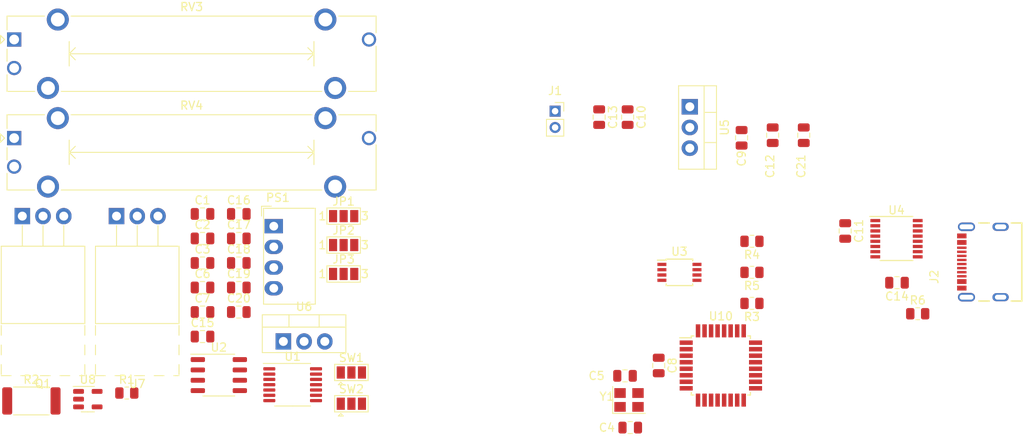
<source format=kicad_pcb>
(kicad_pcb (version 20221018) (generator pcbnew)
  (layers (0 "F.Cu" signal) (31 "B.Cu" power) (34 "B.Paste" user) (35 "F.Paste" user) (36 "B.SilkS" user "B.Silkscreen") (37 "F.SilkS" user "F.Silkscreen") (38 "B.Mask" user) (39 "F.Mask" user) (44 "Edge.Cuts" user))
  (net 0 "")
  (net 1 "/Cell_1/+9V_ISO")
  (net 2 "/Cell_1/GND_ISO")
  (net 3 "/Cell_1/+5V_ISO")
  (net 4 "Net-(SW2-B)")
  (net 5 "Net-(U10-XTAL2{slash}PB7)")
  (net 6 "GND")
  (net 7 "Net-(U10-XTAL1{slash}PB6)")
  (net 8 "/Cell_1/COUT+")
  (net 9 "+5V")
  (net 10 "+12V")
  (net 11 "Net-(U4-3V3OUT)")
  (net 13 "/D+")
  (net 14 "/D-")
  (net 20 "/Cell_1/A0")
  (net 21 "/Cell_1/A1")
  (net 22 "/Cell_1/A2")
  (net 23 "Net-(Q1-Pad1)")
  (net 24 "Net-(U8A--)")
  (net 25 "Net-(U1-P0B)")
  (net 26 "/SDA")
  (net 27 "/SCL")
  (net 28 "Net-(U10-~{RESET}{slash}PC6)")
  (net 29 "Net-(U4-RESET#)")
  (net 30 "Net-(SW2-A)")
  (net 31 "Net-(SW1-A)")
  (net 32 "Net-(SW1-B)")
  (net 33 "Net-(SW1-C)")
  (net 34 "Net-(SW2-C)")
  (net 35 "/SDA_cell_1-7")
  (net 37 "Net-(U10-PD2)")
  (net 38 "/SDA_cell_8-14")
  (net 39 "Net-(U10-PD3)")
  (net 40 "/RX")
  (net 42 "/TX")
  (footprint "Jumper:SolderJumper-3_P1.3mm_Open_Pad1.0x1.5mm_NumberLabels" (layer "F.Cu") (at 70.5975 50.25)
    (fp_text reference "JP1" (at 0 -1.8) (layer "F.SilkS"))
    (fp_text value "Jumper")
    (fp_text user "3" (at 2.6 0) (layer "F.SilkS"))
    (fp_text user "1" (at -2.6 0) (layer "F.SilkS"))
    (pad "1" smd rect (at -1.3 0) (size 1 1.5) (layers "F.Cu" "F.Mask") (net 2 "/Cell_1/GND_ISO"))
    (pad "2" smd rect (at 0 0) (size 1 1.5) (layers "F.Cu" "F.Mask") (net 20 "/Cell_1/A0"))
    (pad "3" smd rect (at 1.3 0) (size 1 1.5) (layers "F.Cu" "F.Mask") (net 3 "/Cell_1/+5V_ISO"))
  )
  (footprint "Package_TO_SOT_THT:TO-220-3_Horizontal_TabUp" (layer "F.Cu") (at 42.7575 50.25)
    (fp_text reference "U7" (at 2.54 20.58) (layer "F.SilkS"))
    (fp_text value "LM317_TO-220")
    (pad "" np_thru_hole oval (at 2.54 16.66) (size 3.5 3.5) (drill 3.5) (layers "*.Cu" "*.Mask"))
    (pad "1" thru_hole rect (at 0 0) (size 1.905 2) (drill 1.1) (layers "*.Cu" "*.Mask") (net 4 "Net-(SW2-B)"))
    (pad "2" thru_hole oval (at 2.54 0) (size 1.905 2) (drill 1.1) (layers "*.Cu" "*.Mask") (net 8 "/Cell_1/COUT+"))
    (pad "3" thru_hole oval (at 5.08 0) (size 1.905 2) (drill 1.1) (layers "*.Cu" "*.Mask") (net 1 "/Cell_1/+9V_ISO"))
  )
  (footprint "Resistor_SMD:R_0805_2012Metric" (layer "F.Cu") (at 120.65 53.34 180)
    (fp_text reference "R4" (at 0 -1.65) (layer "F.SilkS"))
    (fp_text value "10k")
    (pad "1" smd roundrect (at -0.9125 0 180) (size 1.025 1.4) (layers "F.Cu" "F.Paste" "F.Mask") (roundrect_rratio 0.243902) (net 9 "+5V"))
    (pad "2" smd roundrect (at 0.9125 0 180) (size 1.025 1.4) (layers "F.Cu" "F.Paste" "F.Mask") (roundrect_rratio 0.243902) (net 27 "/SCL"))
  )
  (footprint "Potentiometer_THT:Potentiometer_Bourns_PTA3043_Single_Slide" (layer "F.Cu") (at 30.2075 40.675)
    (fp_text reference "RV4" (at 21.75 -4) (layer "F.SilkS"))
    (fp_text value "R_POT")
    (pad "1" thru_hole rect (at 0 0) (size 1.75 1.75) (drill 1.2) (layers "*.Cu" "*.Mask") (net 25 "Net-(U1-P0B)"))
    (pad "2" thru_hole circle (at 0 3.5) (size 1.75 1.75) (drill 1.2) (layers "*.Cu" "*.Mask") (net 31 "Net-(SW1-A)"))
    (pad "3" thru_hole circle (at 43.5 0) (size 1.75 1.75) (drill 1.2) (layers "*.Cu" "*.Mask") (net 2 "/Cell_1/GND_ISO"))
    (pad "MP" thru_hole circle (at 4.15 5.95) (size 2.7 2.7) (drill 1.7) (layers "*.Cu" "*.Mask"))
    (pad "MP" thru_hole circle (at 5.35 -2.45) (size 2.7 2.7) (drill 1.7) (layers "*.Cu" "*.Mask"))
    (pad "MP" thru_hole circle (at 38.15 -2.45) (size 2.7 2.7) (drill 1.7) (layers "*.Cu" "*.Mask"))
    (pad "MP" thru_hole circle (at 39.35 5.95) (size 2.7 2.7) (drill 1.7) (layers "*.Cu" "*.Mask"))
  )
  (footprint "Potentiometer_THT:Potentiometer_Bourns_PTA3043_Single_Slide" (layer "F.Cu") (at 30.2075 28.575)
    (fp_text reference "RV3" (at 21.75 -4) (layer "F.SilkS"))
    (fp_text value "R_POT")
    (pad "1" thru_hole rect (at 0 0) (size 1.75 1.75) (drill 1.2) (layers "*.Cu" "*.Mask") (net 8 "/Cell_1/COUT+"))
    (pad "2" thru_hole circle (at 0 3.5) (size 1.75 1.75) (drill 1.2) (layers "*.Cu" "*.Mask") (net 30 "Net-(SW2-A)"))
    (pad "3" thru_hole circle (at 43.5 0) (size 1.75 1.75) (drill 1.2) (layers "*.Cu" "*.Mask") (net 2 "/Cell_1/GND_ISO"))
    (pad "MP" thru_hole circle (at 4.15 5.95) (size 2.7 2.7) (drill 1.7) (layers "*.Cu" "*.Mask"))
    (pad "MP" thru_hole circle (at 5.35 -2.45) (size 2.7 2.7) (drill 1.7) (layers "*.Cu" "*.Mask"))
    (pad "MP" thru_hole circle (at 38.15 -2.45) (size 2.7 2.7) (drill 1.7) (layers "*.Cu" "*.Mask"))
    (pad "MP" thru_hole circle (at 39.35 5.95) (size 2.7 2.7) (drill 1.7) (layers "*.Cu" "*.Mask"))
  )
  (footprint "Crystal:Crystal_SMD_3225-4Pin_3.2x2.5mm" (layer "F.Cu") (at 105.58 72.81)
    (fp_text reference "Y1" (at -2.71 -0.42) (layer "F.SilkS"))
    (fp_text value "Crystal_GND24")
    (pad "1" smd rect (at -1.1 0.85) (size 1.4 1.2) (layers "F.Cu" "F.Paste" "F.Mask") (net 5 "Net-(U10-XTAL2{slash}PB7)"))
    (pad "2" smd rect (at 1.1 0.85) (size 1.4 1.2) (layers "F.Cu" "F.Paste" "F.Mask") (net 6 "GND"))
    (pad "3" smd rect (at 1.1 -0.85) (size 1.4 1.2) (layers "F.Cu" "F.Paste" "F.Mask") (net 7 "Net-(U10-XTAL1{slash}PB6)"))
    (pad "4" smd rect (at -1.1 -0.85) (size 1.4 1.2) (layers "F.Cu" "F.Paste" "F.Mask") (net 6 "GND"))
  )
  (footprint "Capacitor_SMD:C_0805_2012Metric" (layer "F.Cu") (at 132.08 52.07 -90)
    (fp_text reference "C11" (at 0 -1.68 90) (layer "F.SilkS"))
    (fp_text value "100n")
    (pad "1" smd roundrect (at -0.95 0 270) (size 1 1.45) (layers "F.Cu" "F.Paste" "F.Mask") (net 11 "Net-(U4-3V3OUT)"))
    (pad "2" smd roundrect (at 0.95 0 270) (size 1 1.45) (layers "F.Cu" "F.Paste" "F.Mask") (net 6 "GND"))
  )
  (footprint "Capacitor_SMD:C_0805_2012Metric" (layer "F.Cu") (at 57.7475 62.02)
    (fp_text reference "C20" (at 0 -1.68) (layer "F.SilkS"))
    (fp_text value "100n")
    (pad "1" smd roundrect (at -0.95 0) (size 1 1.45) (layers "F.Cu" "F.Paste" "F.Mask") (net 3 "/Cell_1/+5V_ISO"))
    (pad "2" smd roundrect (at 0.95 0) (size 1 1.45) (layers "F.Cu" "F.Paste" "F.Mask") (net 2 "/Cell_1/GND_ISO"))
  )
  (footprint "Capacitor_SMD:C_0805_2012Metric" (layer "F.Cu") (at 123.19 40.32 90)
    (fp_text reference "C12" (at -3.81 -0.32 90) (layer "F.SilkS"))
    (fp_text value "10u")
    (pad "1" smd roundrect (at -0.95 0 90) (size 1 1.45) (layers "F.Cu" "F.Paste" "F.Mask") (net 9 "+5V"))
    (pad "2" smd roundrect (at 0.95 0 90) (size 1 1.45) (layers "F.Cu" "F.Paste" "F.Mask") (net 6 "GND"))
  )
  (footprint "Capacitor_SMD:C_0805_2012Metric" (layer "F.Cu") (at 53.2975 59.01)
    (fp_text reference "C6" (at 0 -1.68) (layer "F.SilkS"))
    (fp_text value "100n")
    (pad "1" smd roundrect (at -0.95 0) (size 1 1.45) (layers "F.Cu" "F.Paste" "F.Mask") (net 1 "/Cell_1/+9V_ISO"))
    (pad "2" smd roundrect (at 0.95 0) (size 1 1.45) (layers "F.Cu" "F.Paste" "F.Mask") (net 2 "/Cell_1/GND_ISO"))
  )
  (footprint "Jumper:SolderJumper-3_P1.3mm_Open_Pad1.0x1.5mm" (layer "F.Cu") (at 71.5475 73.275)
    (fp_text reference "SW2" (at 0 -1.8) (layer "F.SilkS"))
    (fp_text value "Jumper")
    (pad "1" smd rect (at -1.3 0) (size 1 1.5) (layers "F.Cu" "F.Mask") (net 30 "Net-(SW2-A)"))
    (pad "2" smd rect (at 0 0) (size 1 1.5) (layers "F.Cu" "F.Mask") (net 4 "Net-(SW2-B)"))
    (pad "3" smd rect (at 1.3 0) (size 1 1.5) (layers "F.Cu" "F.Mask") (net 34 "Net-(SW2-C)"))
  )
  (footprint "Jumper:SolderJumper-3_P1.3mm_Open_Pad1.0x1.5mm_NumberLabels" (layer "F.Cu") (at 70.5975 57.35)
    (fp_text reference "JP3" (at 0 -1.8) (layer "F.SilkS"))
    (fp_text value "Jumper")
    (fp_text user "3" (at 2.6 0) (layer "F.SilkS"))
    (fp_text user "1" (at -2.6 0) (layer "F.SilkS"))
    (pad "1" smd rect (at -1.3 0) (size 1 1.5) (layers "F.Cu" "F.Mask") (net 2 "/Cell_1/GND_ISO"))
    (pad "2" smd rect (at 0 0) (size 1 1.5) (layers "F.Cu" "F.Mask") (net 22 "/Cell_1/A2"))
    (pad "3" smd rect (at 1.3 0) (size 1 1.5) (layers "F.Cu" "F.Mask") (net 3 "/Cell_1/+5V_ISO"))
  )
  (footprint "Package_TO_SOT_THT:TO-220-3_Vertical" (layer "F.Cu") (at 113.03 36.83 -90)
    (fp_text reference "U5" (at 2.54 -4.27 90) (layer "F.SilkS"))
    (fp_text value "LM7805_TO220")
    (pad "1" thru_hole rect (at 0 0 270) (size 1.905 2) (drill 1.1) (layers "*.Cu" "*.Mask") (net 10 "+12V"))
    (pad "2" thru_hole oval (at 2.54 0 270) (size 1.905 2) (drill 1.1) (layers "*.Cu" "*.Mask") (net 6 "GND"))
    (pad "3" thru_hole oval (at 5.08 0 270) (size 1.905 2) (drill 1.1) (layers "*.Cu" "*.Mask") (net 9 "+5V"))
  )
  (footprint "Package_SO:TSSOP-8_3x3mm_P0.65mm" (layer "F.Cu") (at 111.76 57.15)
    (fp_text reference "U3" (at 0 -2.55) (layer "F.SilkS"))
    (fp_text value "74AHC2G125DP,125")
    (pad "1" smd rect (at -2.15 -0.975) (size 1.1 0.4) (layers "F.Cu" "F.Paste" "F.Mask") (net 37 "Net-(U10-PD2)"))
    (pad "2" smd rect (at -2.15 -0.325) (size 1.1 0.4) (layers "F.Cu" "F.Paste" "F.Mask") (net 26 "/SDA"))
    (pad "3" smd rect (at -2.15 0.325) (size 1.1 0.4) (layers "F.Cu" "F.Paste" "F.Mask") (net 38 "/SDA_cell_8-14"))
    (pad "4" smd rect (at -2.15 0.975) (size 1.1 0.4) (layers "F.Cu" "F.Paste" "F.Mask") (net 6 "GND"))
    (pad "5" smd rect (at 2.15 0.975) (size 1.1 0.4) (layers "F.Cu" "F.Paste" "F.Mask") (net 26 "/SDA"))
    (pad "6" smd rect (at 2.15 0.325) (size 1.1 0.4) (layers "F.Cu" "F.Paste" "F.Mask") (net 35 "/SDA_cell_1-7"))
    (pad "7" smd rect (at 2.15 -0.325) (size 1.1 0.4) (layers "F.Cu" "F.Paste" "F.Mask") (net 39 "Net-(U10-PD3)"))
    (pad "8" smd rect (at 2.15 -0.975) (size 1.1 0.4) (layers "F.Cu" "F.Paste" "F.Mask") (net 9 "+5V"))
  )
  (footprint "Package_SO:SO-8_3.9x4.9mm_P1.27mm" (layer "F.Cu") (at 55.2975 69.76)
    (fp_text reference "U2" (at 0 -3.4) (layer "F.SilkS"))
    (fp_text value "ISO1640BDR")
    (pad "1" smd roundrect (at -2.575 -1.905) (size 1.75 0.6) (layers "F.Cu" "F.Paste" "F.Mask") (net 9 "+5V"))
    (pad "2" smd roundrect (at -2.575 -0.635) (size 1.75 0.6) (layers "F.Cu" "F.Paste" "F.Mask") (net 35 "/SDA_cell_1-7"))
    (pad "3" smd roundrect (at -2.575 0.635) (size 1.75 0.6) (layers "F.Cu" "F.Paste" "F.Mask") (net 27 "/SCL"))
    (pad "4" smd roundrect (at -2.575 1.905) (size 1.75 0.6) (layers "F.Cu" "F.Paste" "F.Mask") (net 6 "GND"))
    (pad "5" smd roundrect (at 2.575 1.905) (size 1.75 0.6) (layers "F.Cu" "F.Paste" "F.Mask") (net 2 "/Cell_1/GND_ISO"))
    (pad "6" smd roundrect (at 2.575 0.635) (size 1.75 0.6) (layers "F.Cu" "F.Paste" "F.Mask") (net 27 "/SCL"))
    (pad "7" smd roundrect (at 2.575 -0.635) (size 1.75 0.6) (layers "F.Cu" "F.Paste" "F.Mask") (net 35 "/SDA_cell_1-7"))
    (pad "8" smd roundrect (at 2.575 -1.905) (size 1.75 0.6) (layers "F.Cu" "F.Paste" "F.Mask") (net 3 "/Cell_1/+5V_ISO"))
  )
  (footprint "Capacitor_SMD:C_0805_2012Metric" (layer "F.Cu") (at 53.2975 49.98)
    (fp_text reference "C1" (at 0 -1.68) (layer "F.SilkS"))
    (fp_text value "100n")
    (pad "1" smd roundrect (at -0.95 0) (size 1 1.45) (layers "F.Cu" "F.Paste" "F.Mask") (net 1 "/Cell_1/+9V_ISO"))
    (pad "2" smd roundrect (at 0.95 0) (size 1 1.45) (layers "F.Cu" "F.Paste" "F.Mask") (net 2 "/Cell_1/GND_ISO"))
  )
  (footprint "Package_QFP:TQFP-32_7x7mm_P0.8mm" (layer "F.Cu") (at 116.84 68.58)
    (fp_text reference "U10" (at 0 -6.05) (layer "F.SilkS"))
    (fp_text value "ATmega328PB-A")
    (pad "1" smd rect (at -4.25 -2.8) (size 1.6 0.55) (layers "F.Cu" "F.Paste" "F.Mask") (net 39 "Net-(U10-PD3)"))
    (pad "2" smd rect (at -4.25 -2) (size 1.6 0.55) (layers "F.Cu" "F.Paste" "F.Mask"))
    (pad "3" smd rect (at -4.25 -1.2) (size 1.6 0.55) (layers "F.Cu" "F.Paste" "F.Mask"))
    (pad "4" smd rect (at -4.25 -0.4) (size 1.6 0.55) (layers "F.Cu" "F.Paste" "F.Mask") (net 9 "+5V"))
    (pad "5" smd rect (at -4.25 0.4) (size 1.6 0.55) (layers "F.Cu" "F.Paste" "F.Mask") (net 6 "GND"))
    (pad "6" smd rect (at -4.25 1.2) (size 1.6 0.55) (layers "F.Cu" "F.Paste" "F.Mask"))
    (pad "7" smd rect (at -4.25 2) (size 1.6 0.55) (layers "F.Cu" "F.Paste" "F.Mask") (net 7 "Net-(U10-XTAL1{slash}PB6)"))
    (pad "8" smd rect (at -4.25 2.8) (size 1.6 0.55) (layers "F.Cu" "F.Paste" "F.Mask") (net 5 "Net-(U10-XTAL2{slash}PB7)"))
    (pad "9" smd rect (at -2.8 4.25 90) (size 1.6 0.55) (layers "F.Cu" "F.Paste" "F.Mask"))
    (pad "10" smd rect (at -2 4.25 90) (size 1.6 0.55) (layers "F.Cu" "F.Paste" "F.Mask"))
    (pad "11" smd rect (at -1.2 4.25 90) (size 1.6 0.55) (layers "F.Cu" "F.Paste" "F.Mask"))
    (pad "12" smd rect (at -0.4 4.25 90) (size 1.6 0.55) (layers "F.Cu" "F.Paste" "F.Mask"))
    (pad "13" smd rect (at 0.4 4.25 90) (size 1.6 0.55) (layers "F.Cu" "F.Paste" "F.Mask"))
    (pad "14" smd rect (at 1.2 4.25 90) (size 1.6 0.55) (layers "F.Cu" "F.Paste" "F.Mask"))
    (pad "15" smd rect (at 2 4.25 90) (size 1.6 0.55) (layers "F.Cu" "F.Paste" "F.Mask"))
    (pad "16" smd rect (at 2.8 4.25 90) (size 1.6 0.55) (layers "F.Cu" "F.Paste" "F.Mask"))
    (pad "17" smd rect (at 4.25 2.8) (size 1.6 0.55) (layers "F.Cu" "F.Paste" "F.Mask"))
    (pad "18" smd rect (at 4.25 2) (size 1.6 0.55) (layers "F.Cu" "F.Paste" "F.Mask") (net 9 "+5V"))
    (pad "19" smd rect (at 4.25 1.2) (size 1.6 0.55) (layers "F.Cu" "F.Paste" "F.Mask"))
    (pad "20" smd rect (at 4.25 0.4) (size 1.6 0.55) (layers "F.Cu" "F.Paste" "F.Mask") (net 9 "+5V"))
    (pad "21" smd rect (at 4.25 -0.4) (size 1.6 0.55) (layers "F.Cu" "F.Paste" "F.Mask") (net 6 "GND"))
    (pad "22" smd rect (at 4.25 -1.2) (size 1.6 0.55) (layers "F.Cu" "F.Paste" "F.Mask"))
    (pad "23" smd rect (at 4.25 -2) (size 1.6 0.55) (layers "F.Cu" "F.Paste" "F.Mask"))
    (pad "24" smd rect (at 4.25 -2.8) (size 1.6 0.55) (layers "F.Cu" "F.Paste" "F.Mask"))
    (pad "25" smd rect (at 2.8 -4.25 90) (size 1.6 0.55) (layers "F.Cu" "F.Paste" "F.Mask"))
    (pad "26" smd rect (at 2 -4.25 90) (size 1.6 0.55) (layers "F.Cu" "F.Paste" "F.Mask"))
    (pad "27" smd rect (at 1.2 -4.25 90) (size 1.6 0.55) (layers "F.Cu" "F.Paste" "F.Mask") (net 26 "/SDA"))
    (pad "28" smd rect (at 0.4 -4.25 90) (size 1.6 0.55) (layers "F.Cu" "F.Paste" "F.Mask") (net 27 "/SCL"))
    (pad "29" smd rect (at -0.4 -4.25 90) (size 1.6 0.55) (layers "F.Cu" "F.Paste" "F.Mask") (net 28 "Net-(U10-~{RESET}{slash}PC6)"))
    (pad "30" smd rect (at -1.2 -4.25 90) (size 1.6 0.55) (layers "F.Cu" "F.Paste" "F.Mask") (net 40 "/RX"))
    (pad "31" smd rect (at -2 -4.25 90) (size 1.6 0.55) (layers "F.Cu" "F.Paste" "F.Mask") (net 42 "/TX"))
    (pad "32" smd rect (at -2.8 -4.25 90) (size 1.6 0.55) (layers "F.Cu" "F.Paste" "F.Mask") (net 37 "Net-(U10-PD2)"))
  )
  (footprint "Package_TO_SOT_THT:TO-220-3_Horizontal_TabUp" (layer "F.Cu") (at 31.2075 50.25)
    (fp_text reference "Q1" (at 2.54 20.58) (layer "F.SilkS"))
    (fp_text value "IRFB7545PBF")
    (pad "" np_thru_hole oval (at 2.54 16.66) (size 3.5 3.5) (drill 3.5) (layers "*.Cu" "*.Mask"))
    (pad "1" thru_hole rect (at 0 0) (size 1.905 2) (drill 1.1) (layers "*.Cu" "*.Mask") (net 23 "Net-(Q1-Pad1)"))
    (pad "2" thru_hole oval (at 2.54 0) (size 1.905 2) (drill 1.1) (layers "*.Cu" "*.Mask") (net 8 "/Cell_1/COUT+"))
    (pad "3" thru_hole oval (at 5.08 0) (size 1.905 2) (drill 1.1) (layers "*.Cu" "*.Mask") (net 24 "Net-(U8A--)"))
  )
  (footprint "Capacitor_SMD:C_0805_2012Metric" (layer "F.Cu") (at 53.2975 56)
    (fp_text reference "C3" (at 0 -1.68) (layer "F.SilkS"))
    (fp_text value "100n")
    (pad "1" smd roundrect (at -0.95 0) (size 1 1.45) (layers "F.Cu" "F.Paste" "F.Mask") (net 4 "Net-(SW2-B)"))
    (pad "2" smd roundrect (at 0.95 0) (size 1 1.45) (layers "F.Cu" "F.Paste" "F.Mask") (net 2 "/Cell_1/GND_ISO"))
  )
  (footprint "Capacitor_SMD:C_0805_2012Metric" (layer "F.Cu") (at 105.73 76.2)
    (fp_text reference "C4" (at -2.86 0) (layer "F.SilkS"))
    (fp_text value "22p")
    (pad "1" smd roundrect (at -0.95 0) (size 1 1.45) (layers "F.Cu" "F.Paste" "F.Mask") (net 5 "Net-(U10-XTAL2{slash}PB7)"))
    (pad "2" smd roundrect (at 0.95 0) (size 1 1.45) (layers "F.Cu" "F.Paste" "F.Mask") (net 6 "GND"))
  )
  (footprint "Package_TO_SOT_SMD:SOT-23-5" (layer "F.Cu") (at 39.2375 72.71)
    (fp_text reference "U8" (at 0 -2.4) (layer "F.SilkS"))
    (fp_text value "MCP6001UT-I/OT")
    (pad "1" smd roundrect (at -1.1375 -0.95) (size 1.325 0.6) (layers "F.Cu" "F.Paste" "F.Mask") (net 23 "Net-(Q1-Pad1)"))
    (pad "2" smd roundrect (at -1.1375 0) (size 1.325 0.6) (layers "F.Cu" "F.Paste" "F.Mask") (net 2 "/Cell_1/GND_ISO"))
    (pad "3" smd roundrect (at -1.1375 0.95) (size 1.325 0.6) (layers "F.Cu" "F.Paste" "F.Mask") (net 32 "Net-(SW1-B)"))
    (pad "4" smd roundrect (at 1.1375 0.95) (size 1.325 0.6) (layers "F.Cu" "F.Paste" "F.Mask") (net 24 "Net-(U8A--)"))
    (pad "5" smd roundrect (at 1.1375 -0.95) (size 1.325 0.6) (layers "F.Cu" "F.Paste" "F.Mask") (net 3 "/Cell_1/+5V_ISO"))
  )
  (footprint "Resistor_SMD:R_2512_6332Metric" (layer "F.Cu") (at 32.3175 72.93)
    (fp_text reference "R2" (at 0 -2.62) (layer "F.SilkS"))
    (fp_text value "0.5m")
    (pad "1" smd roundrect (at -2.9625 0) (size 1.225 3.35) (layers "F.Cu" "F.Paste" "F.Mask") (roundrect_rratio 0.204082) (net 24 "Net-(U8A--)"))
    (pad "2" smd roundrect (at 2.9625 0) (size 1.225 3.35) (layers "F.Cu" "F.Paste" "F.Mask") (roundrect_rratio 0.204082) (net 2 "/Cell_1/GND_ISO"))
  )
  (footprint "Connector_PinSocket_2.00mm:PinSocket_1x02_P2.00mm_Vertical" (layer "F.Cu") (at 96.52 37.37)
    (fp_text reference "J1" (at 0 -2.5) (layer "F.SilkS"))
    (fp_text value "Vin")
    (pad "1" thru_hole rect (at 0 0) (size 1.35 1.35) (drill 0.8) (layers "*.Cu" "*.Mask") (net 10 "+12V"))
    (pad "2" thru_hole oval (at 0 2) (size 1.35 1.35) (drill 0.8) (layers "*.Cu" "*.Mask") (net 6 "GND"))
  )
  (footprint "Capacitor_SMD:C_0805_2012Metric" (layer "F.Cu") (at 119.38 40.64 90)
    (fp_text reference "C9" (at -2.54 0 90) (layer "F.SilkS"))
    (fp_text value "100n")
    (pad "1" smd roundrect (at -0.95 0 90) (size 1 1.45) (layers "F.Cu" "F.Paste" "F.Mask") (net 9 "+5V"))
    (pad "2" smd roundrect (at 0.95 0 90) (size 1 1.45) (layers "F.Cu" "F.Paste" "F.Mask") (net 6 "GND"))
  )
  (footprint "Capacitor_SMD:C_0805_2012Metric" (layer "F.Cu") (at 101.92 38.1 -90)
    (fp_text reference "C13" (at 0 -1.68 90) (layer "F.SilkS"))
    (fp_text value "10u")
    (pad "1" smd roundrect (at -0.95 0 270) (size 1 1.45) (layers "F.Cu" "F.Paste" "F.Mask") (net 10 "+12V"))
    (pad "2" smd roundrect (at 0.95 0 270) (size 1 1.45) (layers "F.Cu" "F.Paste" "F.Mask") (net 6 "GND"))
  )
  (footprint "Resistor_SMD:R_0805_2012Metric" (layer "F.Cu") (at 120.65 57.15 180)
    (fp_text reference "R5" (at 0 -1.65) (layer "F.SilkS"))
    (fp_text value "10k")
    (pad "1" smd roundrect (at -0.9125 0 180) (size 1.025 1.4) (layers "F.Cu" "F.Paste" "F.Mask") (roundrect_rratio 0.243902) (net 9 "+5V"))
    (pad "2" smd roundrect (at 0.9125 0 180) (size 1.025 1.4) (layers "F.Cu" "F.Paste" "F.Mask") (roundrect_rratio 0.243902) (net 28 "Net-(U10-~{RESET}{slash}PC6)"))
  )
  (footprint "Jumper:SolderJumper-3_P1.3mm_Open_Pad1.0x1.5mm_NumberLabels" (layer "F.Cu") (at 70.5975 53.8)
    (fp_text reference "JP2" (at 0 -1.8) (layer "F.SilkS"))
    (fp_text value "Jumper")
    (fp_text user "1" (at -2.6 0) (layer "F.SilkS"))
    (fp_text user "3" (at 2.6 0) (layer "F.SilkS"))
    (pad "1" smd rect (at -1.3 0) (size 1 1.5) (layers "F.Cu" "F.Mask") (net 2 "/Cell_1/GND_ISO"))
    (pad "2" smd rect (at 0 0) (size 1 1.5) (layers "F.Cu" "F.Mask") (net 21 "/Cell_1/A1"))
    (pad "3" smd rect (at 1.3 0) (size 1 1.5) (layers "F.Cu" "F.Mask") (net 3 "/Cell_1/+5V_ISO"))
  )
  (footprint "Capacitor_SMD:C_0805_2012Metric" (layer "F.Cu") (at 138.43 58.42 180)
    (fp_text reference "C14" (at 0 -1.68) (layer "F.SilkS"))
    (fp_text value "100n")
    (pad "1" smd roundrect (at -0.95 0 180) (size 1 1.45) (layers "F.Cu" "F.Paste" "F.Mask") (net 9 "+5V"))
    (pad "2" smd roundrect (at 0.95 0 180) (size 1 1.45) (layers "F.Cu" "F.Paste" "F.Mask") (net 6 "GND"))
  )
  (footprint "Capacitor_SMD:C_0805_2012Metric" (layer "F.Cu") (at 53.2975 62.02)
    (fp_text reference "C7" (at 0 -1.68) (layer "F.SilkS"))
    (fp_text value "100n")
    (pad "1" smd roundrect (at -0.95 0) (size 1 1.45) (layers "F.Cu" "F.Paste" "F.Mask") (net 8 "/Cell_1/COUT+"))
    (pad "2" smd roundrect (at 0.95 0) (size 1 1.45) (layers "F.Cu" "F.Paste" "F.Mask") (net 2 "/Cell_1/GND_ISO"))
  )
  (footprint "Package_SO:TSSOP-14_4.4x5mm_P0.65mm" (layer "F.Cu") (at 64.3475 70.94)
    (fp_text reference "U1" (at 0 -3.45) (layer "F.SilkS"))
    (fp_text value "MCP4651T-103E_ST")
    (pad "1" smd roundrect (at -2.8625 -1.95) (size 1.475 0.4) (layers "F.Cu" "F.Paste" "F.Mask") (net 20 "/Cell_1/A0"))
    (pad "2" smd roundrect (at -2.8625 -1.3) (size 1.475 0.4) (layers "F.Cu" "F.Paste" "F.Mask") (net 27 "/SCL"))
    (pad "3" smd roundrect (at -2.8625 -0.65) (size 1.475 0.4) (layers "F.Cu" "F.Paste" "F.Mask") (net 35 "/SDA_cell_1-7"))
    (pad "4" smd roundrect (at -2.8625 0) (size 1.475 0.4) (layers "F.Cu" "F.Paste" "F.Mask") (net 2 "/Cell_1/GND_ISO"))
    (pad "5" smd roundrect (at -2.8625 0.65) (size 1.475 0.4) (layers "F.Cu" "F.Paste" "F.Mask") (net 8 "/Cell_1/COUT+"))
    (pad "6" smd roundrect (at -2.8625 1.3) (size 1.475 0.4) (layers "F.Cu" "F.Paste" "F.Mask") (net 34 "Net-(SW2-C)"))
    (pad "7" smd roundrect (at -2.8625 1.95) (size 1.475 0.4) (layers "F.Cu" "F.Paste" "F.Mask") (net 2 "/Cell_1/GND_ISO"))
    (pad "8" smd roundrect (at 2.8625 1.95) (size 1.475 0.4) (layers "F.Cu" "F.Paste" "F.Mask") (net 2 "/Cell_1/GND_ISO"))
    (pad "9" smd roundrect (at 2.8625 1.3) (size 1.475 0.4) (layers "F.Cu" "F.Paste" "F.Mask") (net 33 "Net-(SW1-C)"))
    (pad "10" smd roundrect (at 2.8625 0.65) (size 1.475 0.4) (layers "F.Cu" "F.Paste" "F.Mask") (net 25 "Net-(U1-P0B)"))
    (pad "11" smd roundrect (at 2.8625 0) (size 1.475 0.4) (layers "F.Cu" "F.Paste" "F.Mask"))
    (pad "12" smd roundrect (at 2.8625 -0.65) (size 1.475 0.4) (layers "F.Cu" "F.Paste" "F.Mask") (net 22 "/Cell_1/A2"))
    (pad "13" smd roundrect (at 2.8625 -1.3) (size 1.475 0.4) (layers "F.Cu" "F.Paste" "F.Mask") (net 21 "/Cell_1/A1"))
    (pad "14" smd roundrect (at 2.8625 -1.95) (size 1.475 0.4) (layers "F.Cu" "F.Paste" "F.Mask") (net 3 "/Cell_1/+5V_ISO"))
  )
  (footprint "Jumper:SolderJumper-3_P1.3mm_Open_Pad1.0x1.5mm" (layer "F.Cu") (at 71.5475 69.44)
    (fp_text reference "SW1" (at 0 -1.8) (layer "F.SilkS"))
    (fp_text value "Jumper")
    (pad "1" smd rect (at -1.3 0) (size 1 1.5) (layers "F.Cu" "F.Mask") (net 31 "Net-(SW1-A)"))
    (pad "2" smd rect (at 0 0) (size 1 1.5) (layers "F.Cu" "F.Mask") (net 32 "Net-(SW1-B)"))
    (pad "3" smd rect (at 1.3 0) (size 1 1.5) (layers "F.Cu" "F.Mask") (net 33 "Net-(SW1-C)"))
  )
  (footprint "Capacitor_SMD:C_0805_2012Metric" (layer "F.Cu") (at 105.09 69.85 180)
    (fp_text reference "C5" (at 3.49 0) (layer "F.SilkS"))
    (fp_text value "22p")
    (pad "1" smd roundrect (at -0.95 0 180) (size 1 1.45) (layers "F.Cu" "F.Paste" "F.Mask") (net 7 "Net-(U10-XTAL1{slash}PB6)"))
    (pad "2" smd roundrect (at 0.95 0 180) (size 1 1.45) (layers "F.Cu" "F.Paste" "F.Mask") (net 6 "GND"))
  )
  (footprint "Resistor_SMD:R_0805_2012Metric" (layer "F.Cu") (at 44.0175 71.96)
    (fp_text reference "R1" (at 0 -1.65) (layer "F.SilkS"))
    (fp_text value "390k")
    (pad "1" smd roundrect (at -0.9125 0) (size 1.025 1.4) (layers "F.Cu" "F.Paste" "F.Mask") (roundrect_rratio 0.243902) (net 3 "/Cell_1/+5V_ISO"))
    (pad "2" smd roundrect (at 0.9125 0) (size 1.025 1.4) (layers "F.Cu" "F.Paste" "F.Mask") (roundrect_rratio 0.243902) (net 25 "Net-(U1-P0B)"))
  )
  (footprint "Capacitor_SMD:C_0805_2012Metric" (layer "F.Cu") (at 109.22 68.58 -90)
    (fp_text reference "C8" (at 0 -1.68 90) (layer "F.SilkS"))
    (fp_text value "100n")
    (pad "1" smd roundrect (at -0.95 0 270) (size 1 1.45) (layers "F.Cu" "F.Paste" "F.Mask") (net 9 "+5V"))
    (pad "2" smd roundrect (at 0.95 0 270) (size 1 1.45) (layers "F.Cu" "F.Paste" "F.Mask") (net 6 "GND"))
  )
  (footprint "Capacitor_SMD:C_0805_2012Metric" (layer "F.Cu") (at 105.41 38.1 -90)
    (fp_text reference "C10" (at 0 -1.68 90) (layer "F.SilkS"))
    (fp_text value "100n")
    (pad "1" smd roundrect (at -0.95 0 270) (size 1 1.45) (layers "F.Cu" "F.Paste" "F.Mask") (net 10 "+12V"))
    (pad "2" smd roundrect (at 0.95 0 270) (size 1 1.45) (layers "F.Cu" "F.Paste" "F.Mask") (net 6 "GND"))
  )
  (footprint "Package_SO:SSOP-16_3.9x4.9mm_P0.635mm" (layer "F.Cu") (at 138.37 53.0225)
    (fp_text reference "U4" (at 0 -3.5) (layer "F.SilkS"))
    (fp_text value "FT230XS-R")
    (pad "1" smd rect (at -2.6 -2.2225) (size 1.2 0.4) (layers "F.Cu" "F.Paste" "F.Mask") (net 40 "/RX"))
    (pad "2" smd rect (at -2.6 -1.5875) (size 1.2 0.4) (layers "F.Cu" "F.Paste" "F.Mask"))
    (pad "3" smd rect (at -2.6 -0.9525) (size 1.2 0.4) (layers "F.Cu" "F.Paste" "F.Mask") (net 11 "Net-(U4-3V3OUT)"))
    (pad "4" smd rect (at -2.6 -0.3175) (size 1.2 0.4) (layers "F.Cu" "F.Paste" "F.Mask") (net 42 "/TX"))
    (pad "5" smd rect (at -2.6 0.3175) (size 1.2 0.4) (layers "F.Cu" "F.Paste" "F.Mask") (net 6 "GND"))
    (pad "6" smd rect (at -2.6 0.9525) (size 1.2 0.4) (layers "F.Cu" "F.Paste" "F.Mask"))
    (pad "7" smd rect (at -2.6 1.5875) (size 1.2 0.4) (layers "F.Cu" "F.Paste" "F.Mask"))
    (pad "8" smd rect (at -2.6 2.2225) (size 1.2 0.4) (layers "F.Cu" "F.Paste" "F.Mask") (net 13 "/D+"))
    (pad "9" smd rect (at 2.6 2.2225) (size 1.2 0.4) (layers "F.Cu" "F.Paste" "F.Mask") (net 14 "/D-"))
    (pad "10" smd rect (at 2.6 1.5875) (size 1.2 0.4) (layers "F.Cu" "F.Paste" "F.Mask") (net 11 "Net-(U4-3V3OUT)"))
    (pad "11" smd rect (at 2.6 0.9525) (size 1.2 0.4) (layers "F.Cu" "F.Paste" "F.Mask") (net 29 "Net-(U4-RESET#)"))
    (pad "12" smd rect (at 2.6 0.3175) (size 1.2 0.4) (layers "F.Cu" "F.Paste" "F.Mask") (net 9 "+5V"))
    (pad "13" smd rect (at 2.6 -0.3175) (size 1.2 0.4) (layers "F.Cu" "F.Paste" "F.Mask") (net 6 "GND"))
    (pad "14" smd rect (at 2.6 -0.9525) (size 1.2 0.4) (layers "F.Cu" "F.Paste" "F.Mask"))
    (pad "15" smd rect (at 2.6 -1.5875) (size 1.2 0.4) (layers "F.Cu" "F.Paste" "F.Mask"))
    (pad "16" smd rect (at 2.6 -2.2225) (size 1.2 0.4) (layers "F.Cu" "F.Paste" "F.Mask"))
  )
  (footprint "Capacitor_SMD:C_0805_2012Metric" (layer "F.Cu") (at 57.7475 56)
    (fp_text reference "C18" (at 0 -1.68) (layer "F.SilkS"))
    (fp_text value "100n")
    (pad "1" smd roundrect (at -0.95 0) (size 1 1.45) (layers "F.Cu" "F.Paste" "F.Mask") (net 6 "GND"))
    (pad "2" smd roundrect (at 0.95 0) (size 1 1.45) (layers "F.Cu" "F.Paste" "F.Mask") (net 9 "+5V"))
  )
  (footprint "Resistor_SMD:R_0805_2012Metric" (layer "F.Cu") (at 120.65 60.96 180)
    (fp_text reference "R3" (at 0 -1.65) (layer "F.SilkS"))
    (fp_text value "10k")
    (pad "1" smd roundrect (at -0.9125 0 180) (size 1.025 1.4) (layers "F.Cu" "F.Paste" "F.Mask") (roundrect_rratio 0.243902) (net 9 "+5V"))
    (pad "2" smd roundrect (at 0.9125 0 180) (size 1.025 1.4) (layers "F.Cu" "F.Paste" "F.Mask") (roundrect_rratio 0.243902) (net 26 "/SDA"))
  )
  (footprint "Capacitor_SMD:C_0805_2012Metric" (layer "F.Cu") (at 57.7475 59.01)
    (fp_text reference "C19" (at 0 -1.68) (layer "F.SilkS"))
    (fp_text value "100n")
    (pad "1" smd roundrect (at -0.95 0) (size 1 1.45) (layers "F.Cu" "F.Paste" "F.Mask") (net 3 "/Cell_1/+5V_ISO"))
    (pad "2" smd roundrect (at 0.95 0) (size 1 1.45) (layers "F.Cu" "F.Paste" "F.Mask") (net 2 "/Cell_1/GND_ISO"))
  )
  (footprint "Capacitor_SMD:C_0805_2012Metric" (layer "F.Cu") (at 53.2975 65.03)
    (fp_text reference "C15" (at 0 -1.68) (layer "F.SilkS"))
    (fp_text value "100n")
    (pad "1" smd roundrect (at -0.95 0) (size 1 1.45) (layers "F.Cu" "F.Paste" "F.Mask") (net 3 "/Cell_1/+5V_ISO"))
    (pad "2" smd roundrect (at 0.95 0) (size 1 1.45) (layers "F.Cu" "F.Paste" "F.Mask") (net 2 "/Cell_1/GND_ISO"))
  )
  (footprint "Capacitor_SMD:C_0805_2012Metric" (layer "F.Cu") (at 127 40.32 90)
    (fp_text reference "C21" (at -3.81 -0.32 90) (layer "F.SilkS"))
    (fp_text value "100n")
    (pad "1" smd roundrect (at -0.95 0 90) (size 1 1.45) (layers "F.Cu" "F.Paste" "F.Mask") (net 9 "+5V"))
    (pad "2" smd roundrect (at 0.95 0 90) (size 1 1.45) (layers "F.Cu" "F.Paste" "F.Mask") (net 6 "GND"))
  )
  (footprint "Capacitor_SMD:C_0805_2012Metric" (layer "F.Cu") (at 57.7475 49.98)
    (fp_text reference "C16" (at 0 -1.68) (layer "F.SilkS"))
    (fp_text value "10u")
    (pad "1" smd roundrect (at -0.95 0) (size 1 1.45) (layers "F.Cu" "F.Paste" "F.Mask") (net 1 "/Cell_1/+9V_ISO"))
    (pad "2" smd roundrect (at 0.95 0) (size 1 1.45) (layers "F.Cu" "F.Paste" "F.Mask") (net 2 "/Cell_1/GND_ISO"))
  )
  (footprint "Package_TO_SOT_THT:TO-220-3_Vertical" (layer "F.Cu") (at 63.2075 65.63)
    (fp_text reference "U6" (at 2.54 -4.27) (layer "F.SilkS"))
    (fp_text value "LM7805_TO220")
    (pad "1" thru_hole rect (at 0 0) (size 1.905 2) (drill 1.1) (layers "*.Cu" "*.Mask") (net 1 "/Cell_1/+9V_ISO"))
    (pad "2" thru_hole oval (at 2.54 0) (size 1.905 2) (drill 1.1) (layers "*.Cu" "*.Mask") (net 2 "/Cell_1/GND_ISO"))
    (pad "3" thru_hole oval (at 5.08 0) (size 1.905 2) (drill 1.1) (layers "*.Cu" "*.Mask") (net 3 "/Cell_1/+5V_ISO"))
  )
  (footprint "Capacitor_SMD:C_0805_2012Metric" (layer "F.Cu") (at 57.7475 52.99)
    (fp_text reference "C17" (at 0 -1.68) (layer "F.SilkS"))
    (fp_text value "10u")
    (pad "1" smd roundrect (at -0.95 0) (size 1 1.45) (layers "F.Cu" "F.Paste" "F.Mask") (net 10 "+12V"))
    (pad "2" smd roundrect (at 0.95 0) (size 1 1.45) (layers "F.Cu" "F.Paste" "F.Mask") (net 6 "GND"))
  )
  (footprint "Resistor_SMD:R_0805_2012Metric" (layer "F.Cu") (at 140.97 62.23)
    (fp_text reference "R6" (at 0 -1.65) (layer "F.SilkS"))
    (fp_text value "10k")
    (pad "1" smd roundrect (at -0.9125 0) (size 1.025 1.4) (layers "F.Cu" "F.Paste" "F.Mask") (roundrect_rratio 0.243902) (net 9 "+5V"))
    (pad "2" smd roundrect (at 0.9125 0) (size 1.025 1.4) (layers "F.Cu" "F.Paste" "F.Mask") (roundrect_rratio 0.243902) (net 29 "Net-(U4-RESET#)"))
  )
  (footprint "Converter_DCDC:Converter_DCDC_Murata_MEE1SxxxxSC_THT" (layer "F.Cu") (at 62.0325 51.485)
    (fp_text reference "PS1" (at 0.5 -3.5 180) (layer "F.SilkS"))
    (fp_text value "MEE1S1209SC")
    (pad "1" thru_hole rect (at 0 0 270) (size 1.75 2.25) (drill 1.075) (layers "*.Cu" "*.Mask") (net 6 "GND"))
    (pad "2" thru_hole oval (at 0 2.54 270) (size 1.75 2.25) (drill 1.075) (layers "*.Cu" "*.Mask") (net 10 "+12V"))
    (pad "3" thru_hole oval (at 0 5.08 270) (size 1.75 2.25) (drill 1.075) (layers "*.Cu" "*.Mask") (net 2 "/Cell_1/GND_ISO"))
    (pad "4" thru_hole oval (at 0 7.62 270) (size 1.75 2.25) (drill 1.075) (layers "*.Cu" "*.Mask") (net 1 "/Cell_1/+9V_ISO"))
  )
  (footprint "PR7_Custom_Footprints:GCT_USB4105-GF-A-060" (layer "F.Cu") (at 151.13 55.88 90)
    (fp_text reference "J2" (at -1.825 -8.135 90) (layer "F.SilkS"))
    (fp_text value "USB4105-GF-A-060")
    (pad "" np_thru_hole circle (at -2.89 -3.68 90) (size 0.65 0.65) (drill 0.65) (layers "*.Cu" "*.Mask"))
    (pad "" np_thru_hole circle (at 2.89 -3.68 90) (size 0.65 0.65) (drill 0.65) (layers "*.Cu" "*.Mask"))
    (pad "A5" smd rect (at -1.25 -4.755 90) (size 0.3 1.15) (layers "F.Cu" "F.Paste" "F.Mask"))
    (pad "A6" smd rect (at -0.25 -4.755 90) (size 0.3 1.15) (layers "F.Cu" "F.Paste" "F.Mask") (net 13 "/D+"))
    (pad "A7" smd rect (at 0.25 -4.755 90) (size 0.3 1.15) (layers "F.Cu" "F.Paste" "F.Mask") (net 14 "/D-"))
    (pad "A8" smd rect (at 1.25 -4.755 90) (size 0.3 1.15) (layers "F.Cu" "F.Paste" "F.Mask"))
    (pad "B5" smd rect (at 1.75 -4.755 90) (size 0.3 1.15) (layers "F.Cu" "F.Paste" "F.Mask"))
    (pad "B6" smd rect (at 0.75 -4.755 90) (size 0.3 1.15) (layers "F.Cu" "F.Paste" "F.Mask"))
    (pad "B7" smd rect (at -0.75 -4.755 90) (size 0.3 1.15) (layers "F.Cu" "F.Paste" "F.Mask"))
    (pad "B8" smd rect (at -1.75 -4.755 90) (size 0.3 1.15) (layers "F.Cu" "F.Paste" "F.Mask"))
    (pad "GND" thru_hole oval (at -4.32 -4.18 90) (size 1.05 2.1) (drill oval 0.6 1.7) (layers "*.Cu" "*.Mask") (net 6 "GND"))
    (pad "GND" thru_hole oval (at -4.32 0 90) (size 1 2) (drill oval 0.6 1.4) (layers "*.Cu" "*.Mask") (net 6 "GND"))
    (pad "GND" smd rect (at -3.2 -4.755 90) (size 0.6 1.15) (layers "F.Cu" "F.Paste" "F.Mask") (net 6 "GND"))
    (pad "GND" smd rect (at 3.2 -4.755 90) (size 0.6 1.15) (layers "F.Cu" "F.Paste" "F.Mask") (net 6 "GND"))
    (pad "GND" thru_hole oval (at 4.32 -4.18 90) (size 1.05 2.1) (drill oval 0.6 1.7) (layers "*.Cu" "*.Mask") (net 6 "GND"))
    (pad "GND" thru_hole oval (at 4.32 0 90) (size 1 2) (drill oval 0.6 1.4) (layers "*.Cu" "*.Mask") (net 6 "GND"))
    (pad "VBUS" smd rect (at -2.4 -4.755 90) (size 0.6 1.15) (layers "F.Cu" "F.Paste" "F.Mask") (net 9 "+5V"))
    (pad "VBUS" smd rect (at 2.4 -4.755 90) (size 0.6 1.15) (layers "F.Cu" "F.Paste" "F.Mask") (net 9 "+5V"))
  )
  (footprint "Capacitor_SMD:C_0805_2012Metric" (layer "F.Cu") (at 53.2975 52.99)
    (fp_text reference "C2" (at 0 -1.68) (layer "F.SilkS"))
    (fp_text value "100n")
    (pad "1" smd roundrect (at -0.95 0) (size 1 1.45) (layers "F.Cu" "F.Paste" "F.Mask") (net 3 "/Cell_1/+5V_ISO"))
    (pad "2" smd roundrect (at 0.95 0) (size 1 1.45) (layers "F.Cu" "F.Paste" "F.Mask") (net 2 "/Cell_1/GND_ISO"))
  )
)
</source>
